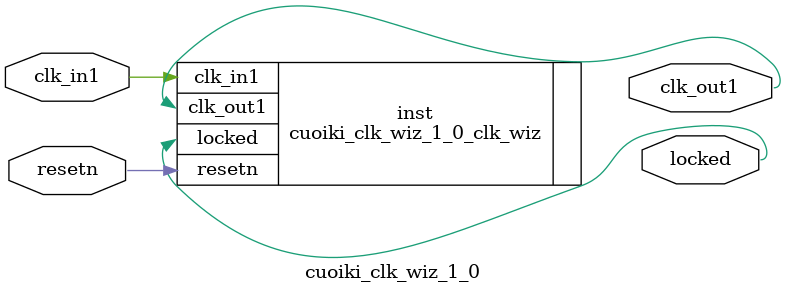
<source format=v>


`timescale 1ps/1ps

(* CORE_GENERATION_INFO = "cuoiki_clk_wiz_1_0,clk_wiz_v6_0_11_0_0,{component_name=cuoiki_clk_wiz_1_0,use_phase_alignment=true,use_min_o_jitter=false,use_max_i_jitter=false,use_dyn_phase_shift=false,use_inclk_switchover=false,use_dyn_reconfig=false,enable_axi=0,feedback_source=FDBK_AUTO,PRIMITIVE=MMCM,num_out_clk=1,clkin1_period=10.000,clkin2_period=10.000,use_power_down=false,use_reset=true,use_locked=true,use_inclk_stopped=false,feedback_type=SINGLE,CLOCK_MGR_TYPE=NA,manual_override=false}" *)

module cuoiki_clk_wiz_1_0 
 (
  // Clock out ports
  output        clk_out1,
  // Status and control signals
  input         resetn,
  output        locked,
 // Clock in ports
  input         clk_in1
 );

  cuoiki_clk_wiz_1_0_clk_wiz inst
  (
  // Clock out ports  
  .clk_out1(clk_out1),
  // Status and control signals               
  .resetn(resetn), 
  .locked(locked),
 // Clock in ports
  .clk_in1(clk_in1)
  );

endmodule

</source>
